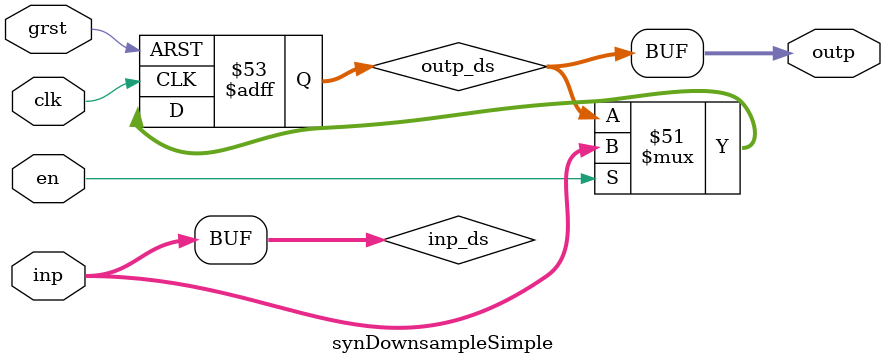
<source format=v>


// VERILOG created by Synphony Model Compiler J-2014.09, Build 015R, Aug 22 2014
// Date written:             Thu Nov  2 21:03:31 2017

// ********************************************************************
//Do not uncomment when used in a Synplify Pro project file generated by Synphony HLS
//For individual compilation in synchronous reset mode, uncomment the following lines till copyright notice
/*
 `define activehigh 1
 `define procline posedge clk
 `define proclineg posedge clk
 `define proclineSlow posedge clkSlow
 `define proclineFast posedge clkFast
 */
// **       Copyright 2005-2014 Synopsys, Inc.  All rights reserved.    **

`define activehigh 1
`define activeedge posedge //if posedge activehigh should be 1, if negedge activehigh should be 0
`define procline posedge clk or `activeedge rst
`define proclineg posedge clk or `activeedge grst
`define proclineSlow posedge clkSlow or `activeedge rst
`define proclineFast posedge clkFast or `activeedge rst
`define proclinerclk posedge rclk or `activeedge rgrst
`define proclinewclk posedge wclk or `activeedge wgrst
`define grsttype "asynch"
//`include "define.h"
`define log_floor(n)   ((n) <= (1<<0) ? 0 : (n) <= (1<<1) ? 1 :\
						(n) <= (1<<2) ? 2 : (n) <= (1<<3) ? 3 :\
						(n) <= (1<<4) ? 4 : (n) <= (1<<5) ? 5 :\
						(n) <= (1<<6) ? 6 : (n) <= (1<<7) ? 7 :\
						(n) <= (1<<8) ? 8 : (n) <= (1<<9) ? 9 :\
						(n) <= (1<<10) ? 10 : (n) <= (1<<11) ? 11 :\
						(n) <= (1<<12) ? 12 : (n) <= (1<<13) ? 13 :\
						(n) <= (1<<14) ? 14 : (n) <= (1<<15) ? 15 :\
						(n) <= (1<<16) ? 16 : (n) <= (1<<17) ? 17 :\
						(n) <= (1<<18) ? 18 : (n) <= (1<<19) ? 19 :\
						(n) <= (1<<20) ? 20 : (n) <= (1<<21) ? 21 :\
						(n) <= (1<<22) ? 22 : (n) <= (1<<23) ? 23 :\
						(n) <= (1<<24) ? 24 : (n) <= (1<<25) ? 25 :\
						(n) <= (1<<26) ? 26 : (n) <= (1<<27) ? 27 :\
						(n) <= (1<<28) ? 28 : (n) <= (1<<29) ? 29 :\
						(n) <= (1<<30) ? 30 : (n) <= (1<<31) ? 31 : 32) 
  
  module synAddSub( in1,in2,outp);
   parameter inp1_width = 16;
   parameter inp2_width = 16;
   parameter out_width = 16;
   parameter opr = "add";
   parameter dataType = "signed"; // for unsigned, use datatype = ""
   input  [inp1_width-1:0] in1;
   input [inp2_width-1:0]  in2;
   output [out_width-1:0]  outp;

   wire [out_width-1:0]    in1S;
   wire [out_width-1:0]    in2S;
   wire [out_width-1:0]    outpS;

   generate
      if(dataType == "signed")
		begin
           assign in1S = $signed(in1);
           assign in2S = $signed(in2);
		end
      else if(dataType == "unsign")
		begin
           assign in1S = $unsigned(in1);
           assign in2S = $unsigned(in2);
		end

      if (opr == "add")
		assign outpS = in1S+in2S;
      else  if (opr == "subtract")
		assign outpS = in1S-in2S;
      assign outp = outpS;
   endgenerate
endmodule 

// ----------------------------------

module synMult(in1,in2,outp); 
   parameter    inp1_width = 16;
   parameter    inp2_width = 16;
   parameter    out_width = 32;
   parameter    dataType = "signed";
   input  [inp1_width-1:0] in1;
   input [inp2_width-1:0]  in2;
   output [out_width-1:0]  outp;

   wire signed [inp1_width-1:0] in1S;
   wire signed [inp2_width-1:0] in2S;
   wire signed [inp1_width+inp2_width-1:0] outpS; // too cautious width, but will be optimized anyway

   wire [inp1_width-1:0] 				   in1U;
   wire [inp2_width-1:0] 				   in2U;
   wire [inp1_width+inp2_width-1:0] 	   outpU; // too cautious width, but will be optimized anyway

   generate
      begin: genBlock
		 if(dataType=="signed") 
		   begin : sig
			  assign in1S = $signed(in1);
			  assign in2S = $signed(in2);
			  assign outpS = in1S*in2S;
			  assign outp = outpS;
		   end // sig

		 if(dataType=="unsign") 
		   begin : uns
			  assign in1U = in1;
			  assign in2U = in2;
			  assign outpU = in1U*in2U;
			  assign outp = outpU;
		   end // uns
      end // genBlock
   endgenerate
endmodule

//-------------------------------------------------------------

module synBusAdapter (inp, outp);
   parameter inp_width = 16;
   parameter out_width = 16;
   parameter datatype = "signed";
   parameter preshift = 0; // negative values denote left shift
   // Arguments to sat logic
   parameter infrac = 0;
   parameter outfrac = 0;
   parameter round = 0;
   parameter sat = 0; 
   parameter saType = "SS";

   input  [inp_width-1:0] inp;
   output [out_width-1:0] outp;

   parameter tmpInpWidth = inp_width + (preshift>0 ? preshift : -preshift) + ( infrac>inp_width ? infrac-inp_width: 0 );
   
   // The Verilog compiler will issue warnings that some bits
   //  of the "inp" input will not be used. This is a normal
   //  consequence of shifting. The number of bits not used
   //  will equal the pre-shift value
   wire signed [inp_width-1:0] inpS;
   wire [inp_width-1:0] 	   inpU;
   wire signed [tmpInpWidth - 1:0] shiftedinpS;
   wire [tmpInpWidth - 1:0] 	   shiftedinpU;
   wire [tmpInpWidth - 1:0] 	   tmpInputOfSatBlock;

   assign inpS = $signed(inp);
   assign inpU = $unsigned(inp);

   generate
	  if (datatype == "signed")
		begin
		   assign shiftedinpU={tmpInpWidth{1'b0}}; // only one of these 2 signals is used per instance
		   assign tmpInputOfSatBlock = shiftedinpS;
		   if (preshift < 0 )
			 assign shiftedinpS = inpS <<< (-preshift);
		   else if (preshift > 0 )
			 assign shiftedinpS = inpS >>> preshift;
		   else if (preshift == 0 )
			 assign shiftedinpS = inpS;
		end
	  else  
		begin
		   assign shiftedinpS='bz; // to eliminate compiler warnings for no assignment
		   assign tmpInputOfSatBlock = shiftedinpU;
		   if (preshift < 0 )
			 assign shiftedinpU = inpU <<< (-preshift);
		   else if (preshift > 0 )
			 assign shiftedinpU = inpU >>> preshift;
		   else if (preshift == 0 )
			 assign shiftedinpU = inpU;
		end
   endgenerate

   generate
	  if(sat==0 && round==0)
		if (datatype=="signed")
		  assign outp = $signed(shiftedinpS);
		else
		  assign outp = shiftedinpU;
   endgenerate

   generate
	  if(sat==1 || round>=1) 
		synBusSatRnd #(
					   .inp_width(tmpInpWidth),
					   .out_width(out_width),
					   .infrac(infrac),
					   .outfrac(outfrac),
					   .round(round),
					   .sat(sat),
					   .datatype(saType)
					   ) Convert (
								  .inp(tmpInputOfSatBlock),
								  .outp(outp)
								  );
   endgenerate


endmodule

//-------------------------------------------------------------
module synBusAdapter_sat (inp, outp, outsp);
  parameter inp_width = 16;
  parameter out_width = 16;
  parameter datatype = "signed";
  parameter preshift = 0; // negative values denote left shift
  // Arguments to sat logic
  parameter infrac = 0;
  parameter outfrac = 0;
  parameter round = 0;
  parameter sat = 0; 
  parameter saType = "SS";

  input  [inp_width-1:0] inp;
  output [out_width-1:0] outp;
  output  outsp;

  parameter tmpInpWidth = inp_width + (preshift>0 ? preshift : -preshift) + ( infrac>inp_width ? infrac-inp_width: 0 );
  
  // The Verilog compiler will issue warnings that some bits
  //  of the "inp" input will not be used. This is a normal
  //  consequence of shifting. The number of bits not used
  //  will equal the pre-shift value
  wire signed [inp_width-1:0] inpS;
  wire        [inp_width-1:0] inpU;
  wire signed [tmpInpWidth - 1:0] shiftedinpS;
  wire        [tmpInpWidth - 1:0] shiftedinpU;
  wire        [tmpInpWidth - 1:0] tmpInputOfSatBlock;

  assign inpS = $signed(inp);
  assign inpU = $unsigned(inp);

  generate
  if (datatype == "signed")
  begin
    assign shiftedinpU={tmpInpWidth{1'b0}}; // only one of these 2 signals is used per instance
    assign tmpInputOfSatBlock = shiftedinpS;
      if (preshift < 0 )
        assign shiftedinpS = inpS <<< (-preshift);
      else if (preshift > 0 )
        assign shiftedinpS = inpS >>> preshift;
      else if (preshift == 0 )
        assign shiftedinpS = inpS;
    end
  else  
    begin
    assign shiftedinpS='bz; // to eliminate compiler warnings for no assignment
    assign tmpInputOfSatBlock = shiftedinpU;
      if (preshift < 0 )
        assign shiftedinpU = inpU <<< (-preshift);
      else if (preshift > 0 )
        assign shiftedinpU = inpU >>> preshift;
      else if (preshift == 0 )
        assign shiftedinpU = inpU;
    end
  endgenerate

  generate
  if(sat==0 && round==0)
    if (datatype=="signed")
     assign outp = $signed(shiftedinpS);
    else
   assign outp = shiftedinpU;
  endgenerate

  generate
  if(sat==1 || round>=1) 
  synBusSatRnd_sat #(
    .inp_width(tmpInpWidth),
    .out_width(out_width),
    .infrac(infrac),
    .outfrac(outfrac),
    .round(round),
    .sat(sat),
    .datatype(saType)
  ) Convert (
    .inp(tmpInputOfSatBlock),
    .outp(outp),
    .outsp(outsp)
  );
  endgenerate


endmodule

//-------------------------------------------------------------

module synGain(inp,outp); 
   parameter   inp_width = 16;
   parameter   out_width = 16;
   parameter   coef_width = 2;
   parameter   coefVal = 128'b1;
   parameter   dataType = "signed";
   input  [inp_width-1:0] inp;
   output [out_width-1:0] outp;

   wire  signed [inp_width-1:0] inpS;
   wire  signed [coef_width-1:0] coefS;
   wire  signed [coef_width+inp_width-1:0] outS;
   wire [inp_width-1:0] 				   inpU;
   wire [coef_width-1:0] 				   coefU;
   wire [coef_width+inp_width-1:0] 		   outU;
   generate
      begin : signed_gen
		 if(dataType == "signed") 
		   begin
			  assign coefS = $signed(coefVal);
			  assign inpS = $signed(inp);
			  assign outS = coefS*inpS;
			  assign outp = outS[out_width-1:0];
		   end
      end // signed_gen

      begin : unsigned_gen
		 if(dataType == "unsign")
		   begin
			  assign coefU = coefVal;
			  assign inpU = inp;
			  assign outU = coefU*inpU;
			  assign outp = outU[out_width-1:0];
		   end
      end //unsigned_gen
   endgenerate
endmodule

//------------------------------------------------------

module synBusSatRnd ( inp, outp);
   parameter inp_width = 16;
   parameter out_width = 16;
   parameter infrac = 0;
   parameter outfrac = 0;
   parameter round = 0;
   parameter sat = 0;
   parameter datatype = "SS";
   input [inp_width-1:0] inp; 
   output reg [out_width-1:0] outp;

   parameter signed inputIntWidth = inp_width - infrac;
   parameter signed outputIntWidth = out_width - outfrac;
   parameter doRnd = (round >= 1) && ( infrac > outfrac);
   parameter rounded = doRnd ? 1 : 0;
   parameter doSat = (sat == 1) && ( datatype == "SU" || ( rounded + (datatype == "US" ? 1 : 0) + inputIntWidth) > outputIntWidth  );
   parameter maximumWidth = inputIntWidth + outputIntWidth + infrac + outfrac + 2;
   parameter shiftLeftAmount = outfrac - infrac;
   parameter ShiftOutputWidth = maximumWidth + (shiftLeftAmount < 0 ? shiftLeftAmount : 0);

   wire [maximumWidth - 1 : 0] rndInput;
   wire [maximumWidth - 1 : 0] rndOutput;
   wire [ShiftOutputWidth - 1 : 0] shiftOutput;

   generate
	  begin

		 if ( datatype == "SU" || datatype == "SS" )
		   assign rndInput = $signed(inp);
		 else
		   assign rndInput = $unsigned(inp);
		 
		 if (doRnd )
		   begin
			  if(round == 1 || ((datatype=="US" || datatype=="UU") && round==5))  /* nearest round , round toward nearest (always up if equadistance)*/
				begin
				   if( shiftLeftAmount == -1)
					 assign rndOutput = rndInput + { 1'b1 };
				   else
					 assign rndOutput = rndInput + { 1'b1, { -shiftLeftAmount-1{1'b0} } };
				end
			  else
				if (round==4) /* ceil */
				  begin
					 assign rndOutput = rndInput + { -shiftLeftAmount{1'b1} };
				  end
				else
				  if (round==3)	/* fix (towards zero)*/
					begin
					   if ( datatype == "SS" || datatype == "SU")
						 assign rndOutput = rndInput + { -shiftLeftAmount{rndInput[ maximumWidth-1]} };
					   else
						 assign rndOutput = rndInput;
					end
				  else
					if(round==2) /* convergent (round even if equadistance)*/
					  begin
						 if( shiftLeftAmount == -1)		
						   assign rndOutput = (rndInput & {1'b1}  ) == { 1'b1 } ? 
											  rndInput + rndInput[1]: 
											  rndInput + { 1'b1};		     
						 else
						   assign rndOutput = (rndInput & { (-shiftLeftAmount) {1'b1} } ) == { 1'b1, { (-shiftLeftAmount  - 1) {1'b0} } } ? 
											  rndInput + {rndInput[ -shiftLeftAmount ] , { -shiftLeftAmount -1 {1'b0}}}: 
											  rndInput + { 1'b1, { - shiftLeftAmount - 1 {1'b0} } };
 					  end
					else
					  if(round==5) /* round (matlab implementation)*/
						begin
						   if( shiftLeftAmount == -1)					    
							 assign rndOutput =rndInput[maximumWidth-1]?
											   rndInput : 
											   rndInput + { 1'b1}; 
						   else
							 assign rndOutput =rndInput[maximumWidth-1]?
											   rndInput + { -shiftLeftAmount-1{1'b1} }: 
											   rndInput + { 1'b1, { - shiftLeftAmount - 1 {1'b0} } }; 				  
						end
           end
		 else
		   assign rndOutput = rndInput;     
		 
		 if ( shiftLeftAmount < 0 )
		   assign shiftOutput = rndOutput[maximumWidth -1 : - shiftLeftAmount];
		 else
		   assign shiftOutput = rndOutput << shiftLeftAmount;

	  end
   endgenerate
   
   generate
	  begin
		 always@(shiftOutput)
		   if ( doSat )
			 begin
				if ( datatype == "SS" && ( { ShiftOutputWidth - out_width {shiftOutput[ ShiftOutputWidth- 1]}} != shiftOutput[ShiftOutputWidth - 2 : out_width - 1] ) )
				  begin
					 if ( shiftOutput[ ShiftOutputWidth- 1] == 1)
					   outp = { 1'b1, { out_width - 1 {1'b0} } };
					 else
					   outp = { 1'b0, { out_width - 1 {1'b1}}};
				  end
				else if ( datatype == "SU" && ( { ShiftOutputWidth - out_width {1'b0}} != shiftOutput[ShiftOutputWidth - 1 : out_width] ) )
				  begin
					 if ( shiftOutput[ ShiftOutputWidth- 1] == 1)
					   outp = { out_width {1'b0} };
					 else
					   outp = { out_width {1'b1} };
				  end
				else if ( datatype == "UU" && ( { ShiftOutputWidth - out_width {1'b0}} != shiftOutput[ShiftOutputWidth - 1 : out_width] ) )
				  outp = { out_width {1'b1} };
				else if ( datatype == "US" && ( { ShiftOutputWidth - out_width + 1 {1'b0}} != shiftOutput[ShiftOutputWidth - 1 : out_width - 1] ) )
				  outp = { 1'b0, { out_width - 1 {1'b1}}};
				else
				  outp = shiftOutput[out_width - 1 : 0];
			 end
		   else
			 outp = shiftOutput[out_width - 1 : 0];

	  end
   endgenerate

endmodule // synBusSatRnd
//------------------------------------------------------

module synBusSatRnd_sat ( inp, outp, outsp);
  parameter inp_width = 16;
  parameter out_width = 16;
  parameter infrac = 0;
  parameter outfrac = 0;
  parameter round = 0;
  parameter sat = 0;
  parameter datatype = "SS";
  input [inp_width-1:0] inp; 
  output reg [out_width-1:0] outp;
  output reg outsp;

  parameter signed inputIntWidth = inp_width - infrac;
  parameter signed outputIntWidth = out_width - outfrac;
  parameter doRnd = (round >= 1) && ( infrac > outfrac);
  parameter rounded = doRnd ? 1 : 0;
  parameter doSat = (sat == 1) && ( datatype == "SU" || ( rounded + (datatype == "US" ? 1 : 0) + inputIntWidth) > outputIntWidth  );
  parameter maximumWidth = inputIntWidth + outputIntWidth + infrac + outfrac + 2;
  parameter shiftLeftAmount = outfrac - infrac;
  parameter ShiftOutputWidth = maximumWidth + (shiftLeftAmount < 0 ? shiftLeftAmount : 0);

  wire [maximumWidth - 1 : 0] rndInput;
  wire [maximumWidth - 1 : 0] rndOutput;
  wire [ShiftOutputWidth - 1 : 0] shiftOutput;

  generate
  begin

    if ( datatype == "SU" || datatype == "SS" )
      assign rndInput = $signed(inp);
    else
      assign rndInput = $unsigned(inp);
    
    if (doRnd )
    begin
      if(round == 1 || ((datatype=="US" || datatype=="UU") && round==5))  /* nearest round , round toward nearest (always up if equadistance)*/
	  begin
        if( shiftLeftAmount == -1)
          assign rndOutput = rndInput + { 1'b1 };
        else
          assign rndOutput = rndInput + { 1'b1, { -shiftLeftAmount-1{1'b0} } };
        end
      else
	    if (round==4) /* ceil */
		begin
		  assign rndOutput = rndInput + { -shiftLeftAmount{1'b1} };
		end
		else
		  if (round==3)	/* fix (towards zero)*/
		  begin
		    if ( datatype == "SS" || datatype == "SU")
		      assign rndOutput = rndInput + { -shiftLeftAmount{rndInput[ maximumWidth-1]} };
			else
			  assign rndOutput = rndInput;
		  end
		  else
		    if(round==2) /* convergent (round even if equadistance)*/
			begin
		      if( shiftLeftAmount == -1)		
                assign rndOutput = (rndInput & {1'b1}  ) == { 1'b1 } ? 
						   rndInput + rndInput[1]: 
						   rndInput + { 1'b1};		     
              else
                assign rndOutput = (rndInput & { (-shiftLeftAmount) {1'b1} } ) == { 1'b1, { (-shiftLeftAmount  - 1) {1'b0} } } ? 
						   rndInput + {rndInput[ -shiftLeftAmount ] , { -shiftLeftAmount -1 {1'b0}}}: 
						   rndInput + { 1'b1, { - shiftLeftAmount - 1 {1'b0} } };
 			end
			else
			  if(round==5) /* round (matlab implementation)*/
			  begin
		        if( shiftLeftAmount == -1)					    
				  assign rndOutput =rndInput[maximumWidth-1]?
						 rndInput : 
						 rndInput + { 1'b1}; 
			    else
				  assign rndOutput =rndInput[maximumWidth-1]?
						 rndInput + { -shiftLeftAmount-1{1'b1} }: 
						 rndInput + { 1'b1, { - shiftLeftAmount - 1 {1'b0} } }; 				  
			  end
        end
    else
      assign rndOutput = rndInput;     
	  
	if ( shiftLeftAmount < 0 )
      assign shiftOutput = rndOutput[maximumWidth -1 : - shiftLeftAmount];
    else
      assign shiftOutput = rndOutput << shiftLeftAmount;

  end
  endgenerate
   
   generate
   begin
     always@(shiftOutput)
     if ( doSat )
   begin
     if ( datatype == "SS" && ( { ShiftOutputWidth - out_width {shiftOutput[ ShiftOutputWidth- 1]}} != shiftOutput[ShiftOutputWidth - 2 : out_width - 1] ) )
     begin
       if ( shiftOutput[ ShiftOutputWidth- 1] == 1)
        begin
         outp = { 1'b1, { out_width - 1 {1'b0} } };
         outsp = 1'b1;
        end
     else
        begin
         outp = { 1'b0, { out_width - 1 {1'b1}}};
         outsp = 1'b1;
        end
     end
     else if ( datatype == "SU" && ( { ShiftOutputWidth - out_width {1'b0}} != shiftOutput[ShiftOutputWidth - 1 : out_width] ) )
     begin
       if ( shiftOutput[ ShiftOutputWidth- 1] == 1)
        begin
         outp = { out_width {1'b0} };
         outsp = 1'b1;
        end
     else
        begin
         outp = { out_width {1'b1} };
         outsp = 1'b1;
        end
     end
     else if ( datatype == "UU" && ( { ShiftOutputWidth - out_width {1'b0}} != shiftOutput[ShiftOutputWidth - 1 : out_width] ) )
        begin         
         outp = { out_width {1'b1} };
         outsp = 1'b1;
        end
     else if ( datatype == "US" && ( { ShiftOutputWidth - out_width + 1 {1'b0}} != shiftOutput[ShiftOutputWidth - 1 : out_width - 1] ) )
        begin
         outp = { 1'b0, { out_width - 1 {1'b1}}};
         outsp = 1'b1;
        end
       else
        begin
         outp = shiftOutput[out_width - 1 : 0];
         outsp = 1'b0;
        end
   end
   else
    begin
     outp = shiftOutput[out_width - 1 : 0];
     outsp = 1'b0;
    end

   end
   endgenerate

endmodule // synBusSatRnd_sat
//-------------------------------------------------------------
module singleDelayWithEnableGeneric(clk, grst, rst, en, inp,outp);
   parameter   bitwidth = 16;
   input  clk, grst, rst, en;
   input [bitwidth-1:0] inp;
   output [bitwidth-1:0] outp;
   reg [bitwidth-1:0] 	 outreg;

   always @(`proclineg)
     begin
        if (grst==`activehigh)
          outreg <= {bitwidth{1'b0}};
        else if (rst==1)
          outreg <= {bitwidth{1'b0}};
        else if (en)
          outreg <= inp;
     end
   assign outp = outreg;
   
endmodule //singleDelayWithEnableGeneric
//-------------------------------------------------------------

module synDelayWithEnableGeneric(clk, grst, rst, en, inp,outp);

   parameter   preferRAMImpl = 1;
   parameter   bitwidth = 16;
   parameter   delaylength = 100;

   parameter decompRegs = 2;
   parameter decompThresholdMin = 9;
   parameter ramThreshold = 68;
   parameter forceRAMThreshold = 4000;
   
   parameter cntWidth = `log_floor(delaylength);
   parameter decompThresholdBW = (64 / bitwidth) + 2*decompRegs;
   parameter delayNRLen = delaylength-2*decompRegs > 0 ? delaylength-2*decompRegs : 0;
   
   parameter resetType = `grsttype;
   
   input  clk, grst, rst, en;
   input [bitwidth-1:0] inp;
   output [bitwidth-1:0] outp;

   reg [bitwidth-1:0] 	 delayline [0:delaylength-1];
   reg [bitwidth-1:0] 	 delayLineClip [0:delayNRLen-1];
   reg [bitwidth-1:0] 	 regsL [0:decompRegs-1];
   reg [bitwidth-1:0] 	 regsR [0:decompRegs-1];
   reg [cntWidth-1:0] 	 cnt;
   reg 					 resetExpired;
   reg 					 cntDone;

   generate
	  begin: GenBlock
		 if ( resetType == "asynch" )
		   begin : asynch_implementation
			  if ((preferRAMImpl == 1 && delaylength > ramThreshold) || (delaylength > forceRAMThreshold && preferRAMImpl != 2 ) )
				begin: implementRAM
				   integer i;
				   always @ (`proclineg)
					 begin
						if (grst==`activehigh)
						  begin
							 resetExpired <= 1'b0;
							 cnt <= {cntWidth{1'b0}};
							 for (i=0; i < decompRegs; i=i+1)
							   begin
								  regsL[i] <= {bitwidth{1'b0}};
								  regsR[i] <= {bitwidth{1'b0}};
							   end
						  end
						else if (rst==1)
						  begin
							 resetExpired <= 1'b0;
							 cnt <= {cntWidth{1'b0}};
							 for (i=0; i < decompRegs; i=i+1)
							   begin
								  regsL[i] <= {bitwidth{1'b0}};
								  regsR[i] <= {bitwidth{1'b0}};
							   end
						  end
						else if (en)
						  begin
							 if (cnt == delayNRLen - 1) 
							   begin
								  resetExpired <= 1'b1;
								  cnt <= {cntWidth{1'b0}};
							   end
							 else
							   cnt <= cnt + 1;
							 regsL[0] <= inp;
							 for (i=1; i < decompRegs; i=i+1)
							   begin
								  regsL[i] <= regsL[i-1];
								  regsR[i] <= regsR[i-1];
							   end
							 regsR[0] <= resetExpired ? delayLineClip[cnt] : 0;
						  end
					 end // process
				   always @ (`proclineg)
					 begin     
						if(grst==`activehigh)
						  begin
							// synthesis loop_limit 8000	
							 for (i=0; i < delayNRLen; i=i+1)
							   delayLineClip[i] <= 0;
						  end
						else if (en)
      					  delayLineClip[cnt] <= regsL[decompRegs-1];   
					 end 
				   assign outp = regsR[decompRegs-1];
				end
			  else if(preferRAMImpl == 0 && delaylength >= decompThresholdMin && delaylength >= decompThresholdBW)
				begin : norstshift
				   integer i;
				   always @ (`proclineg)
					 begin
						if(grst==`activehigh)
						  begin
							 cnt <= $unsigned(0);
							 cntDone <= 1'b0;
							 for (i=0; i < decompRegs; i=i+1)
							   begin
								  regsL[i] <= {bitwidth{1'b0}};
								  regsR[i] <= {bitwidth{1'b0}};
							   end
						  end
						else if(rst==1)
						  begin
							 cnt <= $unsigned(0);
							 cntDone <= 1'b0;
							 for (i=0; i < decompRegs; i=i+1)
							   begin
								  regsL[i] <= {bitwidth{1'b0}};
								  regsR[i] <= {bitwidth{1'b0}};
							   end
						  end
						else if(en)
						  begin
							 if(cnt == $unsigned(delayNRLen-1))
							   cntDone <= 1'b1;
							 if(!cntDone)
							   cnt <= cnt + 1;
							 regsL[0] <= inp;
							 // synthesis loop_limit 8000            
							 for (i=1; i < decompRegs; i=i+1)
							   begin
								  regsL[i] <= regsL[i-1];
								  regsR[i] <= regsR[i-1];
							   end
							 regsR[0] <= (cntDone) ? delayLineClip[delayNRLen-1] : {bitwidth{1'b0}};
						  end
					 end // process
				   always @ (`proclineg)
					 begin     
						if(grst==`activehigh)
						  begin
							 // synthesis loop_limit 8000	
							 for (i=0; i < delayNRLen; i=i+1)
							   delayLineClip[i] <= 0;
						  end
						else if (en) 
						  begin
							 // synthesis loop_limit 8000
							 for (i=1; i < delayNRLen; i=i+1)
							   delayLineClip[i] <= delayLineClip[i-1];
							 delayLineClip[0] <= regsL[decompRegs-1];
						  end
					 end
				   assign outp = regsR[decompRegs-1];
				end //norstshift
			  
			  else if(delaylength > 0 || preferRAMImpl == 2)
				begin : RegisterStyle
				   integer i;
				   // Implement as registers 
				   always @(`proclineg)
					 begin
						// synthesis loop_limit 65536
						if (grst==`activehigh)
						  for (i = 0; i < delaylength; i = i + 1)
							delayline[i] <= {bitwidth{1'b0}};
						// synthesis loop_limit 65536
						else if (rst==1)
						  for (i = 0; i < delaylength; i = i + 1)
							delayline[i] <= {bitwidth{1'b0}};
						else if (en)
						  begin
							 // synthesis loop_limit 65536
							 for(i = delaylength-1; i>=1; i=i-1)
							   delayline[i] <= delayline[i-1];
							 delayline[0] <= inp;
						  end 
					 end
				   assign outp = delayline[delaylength-1];
				end // RegisterStyle
			  
			  else
				begin : nodelay
				   assign outp = inp;
				end
		   end // asynch_implementation
		 if ( resetType == "synch" )
		   begin : synch_implementation
			  if ((preferRAMImpl == 1 && delaylength > ramThreshold) || (delaylength > forceRAMThreshold && preferRAMImpl != 2 ) )
				begin: implementRAM
				   integer i;
				   always @ (`proclineg)
					 begin
						if (grst==`activehigh || rst==1)
						  begin
							 resetExpired <= 1'b0;
							 cnt <= {cntWidth{1'b0}};
							 for (i=0; i < decompRegs; i=i+1)
							   begin
								  regsL[i] <= {bitwidth{1'b0}};
								  regsR[i] <= {bitwidth{1'b0}};
							   end
						  end
						else if (en)
						  begin
							 if (cnt == delayNRLen - 1) 
							   begin
								  resetExpired <= 1'b1;
								  cnt <= {cntWidth{1'b0}};
							   end
							 else
							   cnt <= cnt + 1;
							 regsL[0] <= inp;
							 for (i=1; i < decompRegs; i=i+1)
							   begin
								  regsL[i] <= regsL[i-1];
								  regsR[i] <= regsR[i-1];
							   end
							 regsR[0] <= resetExpired ? delayLineClip[cnt] : 0;
						  end
					 end // process
				   always @ (`proclineg)
					 begin
						// synthesis loop_limit 8000
						if (grst==`activehigh)
						  for (i=0; i < delayNRLen; i=i+1)
							delayLineClip[i] <= 0;
						else if (en)
      					  delayLineClip[cnt] <= regsL[decompRegs-1];             
					 end 
				   assign outp = regsR[decompRegs-1];
				end
			  else if(preferRAMImpl == 0 && delaylength >= decompThresholdMin && delaylength >= decompThresholdBW)
				begin : norstshift
				   integer i;
				   always @ (`proclineg)
					 begin
						if(grst==`activehigh || rst==1)
						  begin
							 cnt <= $unsigned(0);
							 cntDone <= 1'b0;
							 for (i=0; i < decompRegs; i=i+1)
							   begin
								  regsL[i] <= {bitwidth{1'b0}};
								  regsR[i] <= {bitwidth{1'b0}};
							   end
						  end
						else if(en)
						  begin
							 if(cnt == $unsigned(delayNRLen-1))
							   cntDone <= 1'b1;
							 if(!cntDone)
							   cnt <= cnt + 1;
							 regsL[0] <= inp;
							 // synthesis loop_limit 8000            
							 for (i=1; i < decompRegs; i=i+1)
							   begin
								  regsL[i] <= regsL[i-1];
								  regsR[i] <= regsR[i-1];
							   end
							 regsR[0] <= (cntDone) ? delayLineClip[delayNRLen-1] : {bitwidth{1'b0}};
						  end
					 end // process
				   always @ (`proclineg)
					 begin
						if (grst==`activehigh)
						  // synthesis loop_limit 8000	
						  for (i=0; i < delayNRLen; i=i+1)
							delayLineClip[i] <= 0;
						else if (en) 
						  begin
							 // synthesis loop_limit 8000
							 for (i=1; i < delayNRLen; i=i+1)
							   delayLineClip[i] <= delayLineClip[i-1];
							 delayLineClip[0] <= regsL[decompRegs-1];
						  end
					 end
				   assign outp = regsR[decompRegs-1];
				end //norstshift
			  
			  else if(delaylength > 0 || preferRAMImpl == 2)
				begin : RegisterStyle
				   integer i;
				   // Implement as registers 
				   always @(`proclineg)
					 begin
						// synthesis loop_limit 65536
						if (grst==`activehigh || rst==1)
						  for (i = 0; i < delaylength; i = i + 1)
							delayline[i] <= {bitwidth{1'b0}};
						else if (en)
						  begin
							 // synthesis loop_limit 65536
							 for(i = delaylength-1; i>=1; i=i-1)
							   delayline[i] <= delayline[i-1];
							 delayline[0] <= inp;
						  end 
					 end
				   assign outp = delayline[delaylength-1];
				end // RegisterStyle
			  
			  else
				begin : nodelay
				   assign outp = inp;
				end
		   end // synch_implementation    
	  end // GenBlock
	  
   endgenerate

endmodule

module synDelayWithEnable(clk, grst, rst, en, inp,outp);

   parameter  preferRAMImpl = 1;
   parameter  bitwidth = 16;
   parameter  delaylength = 100;

   input  clk, grst, rst, en;
   input [bitwidth-1:0] inp;
   output [bitwidth-1:0] outp;

   generate
      begin: GenBlock
		 if (delaylength == 0)
		   assign outp = inp;
		 else if (delaylength == 1)
		   singleDelayWithEnableGeneric #( .bitwidth(bitwidth)) theDelay ( .clk(clk), .en(en), .grst(grst), .rst(rst), .inp(inp), .outp(outp) );
		 else
		   synDelayWithEnableGeneric #( .bitwidth(bitwidth), .delaylength(delaylength), .preferRAMImpl(preferRAMImpl) ) theDelay ( .clk(clk), .en(en), .grst(grst), .rst(rst), .inp(inp), .outp(outp) );
      end // GenBlock
   endgenerate

endmodule


// ------------------------------------------------------

module synRobustLatch(clk, rst, gEnable, en, inp, outp);
   parameter   ch_no = 1;
   parameter   bitwidth = 16;
   input  clk, rst, gEnable, en;
   input [bitwidth-1:0] inp;
   output [bitwidth-1:0] outp;

   reg [bitwidth-1:0] 	 inpReg [ch_no-1:0];
   integer 				 i;

   assign outp = en ? inp : inpReg[ch_no-1];
   always @(`procline)
	 begin
		if (rst==`activehigh)
		  for(i=0; i<ch_no; i=i+1)
			inpReg[i] <= 0;
		else if(gEnable) begin 
		   if (en)
			 inpReg[0] <= inp;
		   else
			 inpReg[0] <= inpReg[ch_no-1];
		   for(i=1; i<ch_no; i=i+1)
			 inpReg[i] <= inpReg[i-1];
		end
	 end
endmodule

// ------------------------------------------------------

module synMux (sel, inp, outp);
   parameter inp_width = 2;
   parameter inp_size = 3;
   parameter sel_bits = 2;

   input [sel_bits-1:0] sel;
   input [inp_width*inp_size-1:0] inp;
   reg [inp_width-1:0] 			  inpBuf [0:inp_size-1];
   reg [inp_width-1:0] 			  tmp;
   output reg [inp_width-1:0] 	  outp;
   integer 						  i,j;

   always@(inp)
	 begin
		for(i=0; i<inp_size; i=i+1)
		  begin
			 // synthesis loop_limit 128
			 for(j=0; j<inp_width; j=j+1)
			   begin
				  tmp[j] = inp[i*inp_width+j];
			   end
			 inpBuf[i] = tmp;
		  end
	 end

   always@(*)
	 begin
		outp <= inpBuf[sel];
	 end
endmodule

//-------------------------------------------------------------

module synCounter(clk, en, grst, rst, up, ld, din, cnt, rdy);
   parameter en_exists=1;
   parameter rst_exists=1;
   parameter ld_exists=0;
   parameter rdy_exists=0;
   parameter ctype=2;
   parameter ival=0;
   parameter signed ivalS = ival;
   parameter ivalU = ival; 
   parameter tval=127;
   parameter bitwidth = 16;
   parameter isSigned = 0;

   input clk,en,grst,rst,up,ld;
   input [bitwidth-1:0] din;
   output [bitwidth-1:0] cnt;
   output 				 rdy;

   reg [bitwidth-1:0] 	 cntU;
   reg signed [bitwidth-1:0] cntS;
   //assign cntU=$unsigned(ival);
   //assign cntS=$signed(ival);

   generate
      begin: CounterGen
         assign cnt=  isSigned?cntS:cntU;
         if(!isSigned)
           begin
			  always@(`proclineg)
				begin: countU
				   if (grst==`activehigh)
					 cntU <= ivalU;
				   else if (rst=='b1 && rst_exists=='b1)
					 cntU <= ivalU;
				   else 
					 begin
						if (en == 'b1 || en_exists=='b0)
						  begin 
							 if(ld=='b1 && ld_exists=='b1 )
							   cntU <= $unsigned(din);
							 else if (cntU==$unsigned(tval))
							   cntU <= ivalU;
							 else
							   if(ctype=='d1)
								 if (up=='b1)
								   cntU<=cntU+1;
								 else
								   cntU<=cntU-1;
							   else if (ctype=='d2)
								 cntU<=cntU+'b1;
							   else
								 cntU<=cntU-'b1;
						  end
					 end  
				end //countU
			  assign rdy=  (rdy_exists && cntU == $unsigned(tval));
           end
         else if(isSigned)
           begin
			  always@(`proclineg)
				begin: countS
				   if (grst==`activehigh)
					 cntS  <= ivalS;
				   else if (rst=='b1 && rst_exists=='b1)
					 cntS  <= ivalS;
				   else 
					 begin          
						if (en == 'b1 || en_exists=='b0)
						  begin 
							 if(ld=='b1 && ld_exists=='b1 )
							   cntS <= $signed(din);
							 else if (cntS==$signed(tval))
							   cntS <= ivalS;
							 else
							   if(ctype=='d1)
								 if (up=='b1)
								   cntS<=cntS+'b1;
								 else
								   cntS<=cntS-'b1;
							   else if (ctype=='d2)
								 cntS<=cntS+'b1;
							   else
								 cntS<=cntS-'b1;
						  end
					 end  
				end //countS
			  assign rdy=  (rdy_exists && cntS == $signed(tval));
           end
      end // CounterGen
   endgenerate
endmodule

//-------------------------------------------------------------

//-------------------------------------------------------------

module synCounterSync(clk, en, grst, rdy);
   parameter tval=127;
   parameter bitwidth = 16;
   parameter sample_offset = 0;
   localparam resetVal = sample_offset!=0 ? 1'b0 : 1'b1;

   input clk,en,grst;
   output rdy;

   reg [bitwidth-1:0] cntU;
   reg 				  rdyR; 
   
   generate
      begin: CounterGen
		 always@(`proclineg)
           begin: countU
			  if (grst==`activehigh)
				begin
				   cntU <= 0;				   
				   rdyR <= resetVal;
				end
			  else 
				begin
				   if (en == 1'b1)
					 begin 
						if (cntU==$unsigned(tval))
						  cntU <= $unsigned(0);
						else
						  cntU<=cntU+1;
						if (cntU==($unsigned( sample_offset+ tval) % $unsigned(tval +1)) )
						  rdyR <= 1'b1;
						else
						  rdyR <= 1'b0;
					 end
				end
           end //countU
		 assign rdy=  rdyR;
	  end
   endgenerate
endmodule

//-------------------------------------------------------------


module synCounterFR(clk, en, grst, rst, up, ld, din, cnt);
   parameter en_exists=1;
   parameter rst_exists=1;
   parameter ld_exists=0;
   parameter ctype=2;
   parameter ival=0;
   parameter signed ivalS = ival;
   parameter ivalU = ival;//$unsigned(ival);
   parameter tval=127;
   parameter bitwidth = 16;
   parameter isSigned = 0;

   input clk,en, grst, rst,up,ld;
   input [bitwidth-1:0] din;
   output [bitwidth-1:0] cnt;

   reg [bitwidth-1:0] 	 cntU;
   reg signed [bitwidth-1:0] cntS;
   // VHDL model is initialized, Verilog is not.

   generate
      begin: CounterGen
         assign cnt=  isSigned?cntS:cntU;
         if(!isSigned)
           always@(`proclineg)
			 begin: countU
				if (grst==`activehigh)
				  cntU  <= ivalU;
				else if (rst=='b1 && rst_exists=='b1)
				  cntU  <= ivalU;
				else
				  begin          
					 if (en == 'b1 || en_exists=='b0)
					   begin 
						  if(ld=='b1 && ld_exists=='b1 )
							cntU <= $unsigned(din);
						  else
							if(ctype=='d1)
							  if (up=='b1)
								cntU<=cntU+1;
							  else
								cntU<=cntU-1;
							else if (ctype=='d2)
							  cntU<=cntU+'b1;
							else
							  cntU<=cntU-'b1;
					   end
				  end  
			 end //countU
         else if(isSigned)
           always@(`proclineg)
			 begin: countS
				if (grst==`activehigh)
				  cntS  <= ivalS;        
				else if (rst=='b1 && rst_exists=='b1)
				  cntS  <= ivalS;        
				else  
				  begin              
					 if (en == 'b1 || en_exists=='b0)
					   begin 
						  if(ld=='b1 && ld_exists=='b1 )
							cntS <= $signed(din);
						  else
							if(ctype=='d1)
							  if (up=='b1)
								cntS<=cntS+'b1;
							  else
								cntS<=cntS-'b1;
							else if (ctype=='d2)
							  cntS<=cntS+'b1;
							else
							  cntS<=cntS-'b1;
					   end
				  end  
			 end //countS
      end // CounterGen
   endgenerate
endmodule

//-------------------------------------------------------------

module synCounterMC(clk, gen, en, grst, rst, up, ld, din, cnt, rdy);
   parameter ch_no=4;
   parameter en_exists=1;
   parameter rst_exists=1;
   parameter ld_exists=0;
   parameter rdy_exists=0;
   parameter ctype=2;
   parameter ival=0;
   parameter signed ivalS = ival;
   parameter ivalU = ival;//$unsigned(ival);
   parameter tval=127;
   parameter bitwidth = 16;
   parameter isSigned = 0;

   input clk,gen,en,grst,rst,up,ld;
   input [bitwidth-1:0] din;
   output [bitwidth-1:0] cnt;
   output 				 rdy;
   reg [bitwidth-1:0] 	 cntsU [0:ch_no-1];
   reg signed [bitwidth-1:0] cntsS [0:ch_no-1];
   
   wire [bitwidth-1:0] 		 cnt_i;

   generate
      begin: CounterGen
         integer i;
         assign cnt_i=isSigned?cntsS[ch_no-1]:cntsU[ch_no-1];
		 assign cnt = cnt_i;
		 assign rdy=  (rdy_exists && cnt_i == tval)?1'b1:1'b0;

         if(!isSigned)
           always@(`proclineg)
			 begin: countU
				if (grst==`activehigh)
				  for(i=0;i<=ch_no-1;i=i+1)
					cntsU[i]<=ivalU;
				else if(gen=='b1)
				  begin
					 if (rst=='b1 && rst_exists=='b1)
					   cntsU[0]  <= ivalU;
					 else if (en == 'b1 || en_exists=='b0)
					   begin 
						  if(ld=='b1 && ld_exists=='b1 )
							cntsU[0] <= $unsigned(din);
						  else if (cntsU[ch_no-1]==$unsigned(tval))
							cntsU[0] <= ivalU;
						  else
							begin
							   if(ctype=='d1)
								 begin 
									if (up=='b1)
									  cntsU[0]<=cntsU[ch_no-1]+1;
									else
									  cntsU[0]<=cntsU[ch_no-1]-1;
								 end
							   else if (ctype=='d2)
								 cntsU[0]<=cntsU[ch_no-1]+1;
							   else
								 cntsU[0]<=cntsU[ch_no-1]-1;
							end 
					   end
					 else 
					   cntsU[0]<=cntsU[ch_no-1];
					 for(i=1;i<=ch_no-1;i=i+1)
					   cntsU[i]<=cntsU[i-1];
				  end //else grst
			 end //countU
         else if(isSigned)
           always@(`proclineg)
			 begin: countS
				if (grst==`activehigh)
				  for(i=0;i<=ch_no-1;i=i+1)
					cntsS[i]<=ivalS;
				else if (gen == 'b1)
				  begin
					 if (rst=='b1 && rst_exists=='b1)
					   cntsS[0]  <= ivalS;
					 else if (en == 'b1 || en_exists=='b0)
					   begin 
						  if(ld=='b1 && ld_exists=='b1 )
							cntsS[0] <= $signed(din);
						  else if (cntsS[ch_no-1]==$signed(tval))
							cntsS[0] <= ivalS;
						  else
							begin
							   if(ctype=='d1)
								 begin 
									if (up=='b1)
									  cntsS[0]<=cntsS[ch_no-1]+1;
									else
									  cntsS[0]<=cntsS[ch_no-1]-1;
								 end 
							   else if (ctype=='d2)
								 cntsS[0]<=cntsS[ch_no-1]+1;
							   else
								 cntsS[0]<=cntsS[ch_no-1]-1;
							end
					   end
					 else 
					   cntsS[0]<=cntsS[ch_no-1];

					 for(i=1;i<=ch_no-1;i=i+1)
					   cntsS[i]<=cntsS[i-1];
				  end //else grst
			 end //countS
      end // CounterGen
   endgenerate
endmodule

//-------------------------------------------------------------

module synCounterFRMC(clk, gen, en, grst, rst, up, ld, din, cnt);
   parameter ch_no=4;
   parameter en_exists=1;
   parameter rst_exists=1;
   parameter ld_exists=0;
   parameter ctype=2;
   parameter ival=0;
   parameter signed ivalS = ival;
   parameter ivalU = ival;//$unsigned(ival);
   parameter tval=127;
   parameter bitwidth = 16;
   parameter isSigned = 0;

   input clk,en,gen,grst,rst,up,ld;
   input [bitwidth-1:0] din;
   output [bitwidth-1:0] cnt;

   reg [bitwidth-1:0] 	 cntsU [0:ch_no-1];
   reg signed [bitwidth-1:0] cntsS [0:ch_no-1];

   generate
      begin: CounterGen
         integer i;
         assign cnt=isSigned?cntsS[ch_no-1]:cntsU[ch_no-1];
         if(!isSigned)
           always@(`proclineg)
			 begin: countU
				if (grst==`activehigh)
				  for(i=0;i<=ch_no-1;i=i+1)
					cntsU[i]<=ivalU;
				else if (gen == 'b1)
				  begin
					 if (rst=='b1 && rst_exists=='b1)
					   cntsU[0]  <= ivalU;
					 else if (en == 'b1 || en_exists=='b0)
					   begin 
						  if(ld=='b1 && ld_exists=='b1 )
							cntsU[0] <= $unsigned(din);
						  else
							begin
							   if(ctype=='d1)
								 begin  
									if (up=='b1)
									  cntsU[0]<=cntsU[ch_no-1]+1;
									else
									  cntsU[0]<=cntsU[ch_no-1]-1;
								 end
							   else if (ctype=='d2)
								 cntsU[0]<=cntsU[ch_no-1]+1;
							   else
								 cntsU[0]<=cntsU[ch_no-1]-1;
							end  
					   end
					 else 
					   cntsU[0] <= cntsU[ch_no-1]; 
					 for(i=1;i<=ch_no-1;i=i+1)
					   cntsU[i]<=cntsU[i-1];
				  end //else grst
			 end //countU
         else if(isSigned)
           always@(`proclineg)
			 begin: countS
				if (grst==`activehigh)
				  for(i=0;i<=ch_no-1;i=i+1)
					cntsS[i]<=ivalS;
				else if (gen == 'b1)
				  begin
					 if (rst=='b1 && rst_exists=='b1)
					   cntsS[0]  <= ivalS;
					 else if (en == 'b1 || en_exists=='b0)
					   begin 
						  if(ld=='b1 && ld_exists=='b1 )
							cntsS[0] <= $signed(din);
						  else
							begin
							   if(ctype=='d1)
								 begin 
									if (up=='b1)
									  cntsS[0]<=cntsS[ch_no-1]+1;
									else
									  cntsS[0]<=cntsS[ch_no-1]-1;
								 end
							   else if (ctype=='d2)
								 cntsS[0]<=cntsS[ch_no-1]+1;
							   else
								 cntsS[0]<=cntsS[ch_no-1]-1;
							end    
					   end
					 else 
					   cntsS[0] <= cntsS[ch_no-1];  
					 for(i=1;i<=ch_no-1;i=i+1)
					   cntsS[i]<=cntsS[i-1];
				  end //else grst
			 end //countS
      end // CounterGen
   endgenerate
endmodule

//------------------------------------------------------

module synAccumulator(clk, inp, en, rst, grst, outp);
   parameter bitwidth = 16;
   parameter datatype = "signed";
   parameter opr="incr";

   input clk,en,rst, grst;
   input [bitwidth-1:0] inp;
   output [bitwidth-1:0] outp;

   reg [bitwidth-1:0] 	 accU;
   reg signed [bitwidth-1:0] accS;
   wire [bitwidth-1:0] 		 addOutU;
   wire signed [bitwidth-1:0] addOutS;

   generate
      begin: AccumulatorGen
		 assign outp=(datatype=="signed")? accS : accU;
		 assign addOutS=(opr=="incr")? 
						accS + $signed(inp):
						accS - $signed(inp);
		 assign addOutU=(opr=="incr")? 
						accU + $unsigned(inp):
						accU - $unsigned(inp);
		 if(datatype=="signed")
           always@(`proclineg)
			 begin: countS
				if (grst==`activehigh)
				  accS  <= 0;
				else if (rst==1)
				  accS  <= 0;
				else if (en) 
				  accS  <= $signed(addOutS);
			 end // countS
		 else if(datatype=="unsign")
           always@(`proclineg)
			 begin: countU
				if (grst==`activehigh)
				  accU  <= 0;
				else if (rst==1)
				  accU  <= 0;
				else if (en)
				  accU  <= $unsigned(addOutU);
			 end // countU

      end // AccumulatorGen
   endgenerate
endmodule

//-------------------------------------------------------------

module synAccumulatorOvf(clk, inp, en, rst, grst, ovf, outp);
   parameter bitwidth = 16;
   parameter datatype = "signed";
   parameter opr="incr";

   input clk,en,rst, grst;
   input [bitwidth-1:0] inp;
   output [0:0] 		ovf;
   output [bitwidth-1:0] outp;

   reg [bitwidth-1:0] 	 accU;
   reg signed [bitwidth-1:0] accS;
   wire [bitwidth:0] 		 addOutU;
   wire signed [bitwidth-1:0] addOutS;
   reg 						  ovfReg;
   wire 					  ovfLine;

   generate
      begin: AccumulatorGen
		 assign outp=(datatype=="signed")? accS : accU;
		 assign ovf = ovfReg;
		 assign addOutS=(opr=="incr")? 
						accS + $signed(inp):
						accS - $signed(inp);
		 assign addOutU=(opr=="incr")? 
						accU + $unsigned(inp):
						accU - $unsigned(inp);
		 if(datatype=="signed")
		   begin
	  		  assign ovfLine = (opr=="incr") ? 
							   (accS[bitwidth-1] ^~ inp[bitwidth-1]) & (accS[bitwidth-1] ^ addOutS[bitwidth-1]): 
							   (accS[bitwidth-1] ^ inp[bitwidth-1]) & (accS[bitwidth-1] ^ addOutS[bitwidth-1]);
			  always@(`proclineg)
				begin: countS
				   if (grst==`activehigh)
					 begin
						accS  <= 0;
						ovfReg <= 1'b0;
					 end
				   else if (rst==1)
					 begin
						accS  <= 0;
						ovfReg <= 1'b0;
					 end
				   else if (en) 
					 begin 
						accS  <= $signed(addOutS);
						ovfReg <= ovfLine;
					 end
				end // countS
		   end
		 else if(datatype=="unsign")
		   begin
	  		  assign ovfLine = addOutU[bitwidth];
			  always@(`proclineg)
				begin: countU
				   if (grst==`activehigh)
					 begin
						accU  <= 0;
						ovfReg <= 1'b0;
					 end
				   else if (rst==1)
					 begin
						accU  <= 0;
						ovfReg <= 1'b0;
					 end
				   else if (en)
					 begin
						accU  <= $unsigned(addOutU);
						ovfReg <= ovfLine;
					 end
				end // countU
		   end
      end // AccumulatorGen
   endgenerate
endmodule

//------------------------------------------------------

module synAccumulatorMC(clk, inp, genab, grst, en, rst, outp);
   parameter ch_no=64;
   parameter bitwidth = 16;
   parameter datatype = "signed";
   parameter opr="incr";

   input clk, genab, grst, en,rst;
   input [bitwidth-1:0] inp;
   output [bitwidth-1:0] outp;

   reg [bitwidth-1:0] 	 accU [0:ch_no-1];
   reg signed [bitwidth-1:0] accS [0:ch_no-1];
   wire [bitwidth-1:0] 		 addOutU;
   wire signed [bitwidth-1:0] addOutS;

   generate
	  integer 				  i;
	  begin: AccumulatorGen
		 assign addOutS=(opr=="incr")? 
						accS[ch_no-1] + $signed(inp):
						accS[ch_no-1] - $signed(inp);
		 assign addOutU=(opr=="incr")? 
						accU[ch_no-1] + $signed(inp):
						accU[ch_no-1] - $signed(inp);
		 assign outp=(datatype=="signed")? accS[ch_no-1] : accU[ch_no-1];
		 if(datatype=="signed")
           always @(`proclineg)
			 begin: countS
				if (grst==`activehigh) begin
				   for(i=0;i<=ch_no-1;i=i+1)
					 accS[i]<=0;
				end
				else if (genab) begin
				   if (rst)
					 accS[0]  <= 0;
				   else if (en) 
					 accS[0]  <= addOutS;
				   else 
					 accS[0]  <= accS[ch_no-1];
				   for(i=1;i<=ch_no-1;i=i+1)
					 accS[i]<=accS[i-1];
				end
			 end // countS
		 else if(datatype=="unsign")
           always @(`proclineg)
			 begin: countU
				if (grst==`activehigh) begin
				   for(i=0;i<=ch_no-1;i=i+1)
					 accU[i]<=0;
				end
				else if (genab) begin
				   if (rst)
					 accU[0] <= 0;
				   else if (en)
					 accU[0]  <= addOutU;
				   else
					 accU[0]  <= accU[ch_no-1];              
				   for(i=1;i<=ch_no-1;i=i+1)
					 accU[i]<=accU[i-1];
				end
			 end // countU
	  end // AccumulatorGen
   endgenerate
endmodule

//------------------------------------------------------

module synAccumulatorMCOvf(clk, inp, genab, grst, en, rst, ovf, outp);
   parameter ch_no=64;
   parameter bitwidth = 16;
   parameter datatype = "signed";
   parameter opr="incr";

   input clk, genab, grst, en,rst;
   input [bitwidth-1:0] inp;
   output [bitwidth-1:0] outp;
   output 				 ovf;

   reg [bitwidth-1:0] 	 accU [0:ch_no-1];
   reg signed [bitwidth-1:0] accS [0:ch_no-1];
   wire [bitwidth:0] 		 addOutU;
   wire signed [bitwidth-1:0] addOutS;
   reg [0:ch_no-1] 			  ovfReg;
   wire 					  ovfLine;

   generate
	  integer 				  i;
	  begin: AccumulatorGen
		 assign ovf = ovfReg[ch_no-1];
		 assign addOutS=(opr=="incr")? 
						accS[ch_no-1] + $signed(inp):
						accS[ch_no-1] - $signed(inp);
		 assign addOutU=(opr=="incr")? 
						accU[ch_no-1] + $signed(inp):
						accU[ch_no-1] - $signed(inp);
		 assign outp=(datatype=="signed")? accS[ch_no-1] : accU[ch_no-1];
		 if(datatype=="signed")
		   begin
	  		  assign ovfLine = (opr=="incr") ? 
							   (accS[ch_no-1][bitwidth-1] ^~ inp[bitwidth-1]) & (accS[ch_no-1][bitwidth-1] ^ addOutS[bitwidth-1]): 
							   (accS[ch_no-1][bitwidth-1] ^ inp[bitwidth-1]) & (accS[ch_no-1][bitwidth-1] ^ addOutS[bitwidth-1]);
			  always @(`proclineg)
				begin: countS
				   if (grst==`activehigh) 
					 for(i=0;i<=ch_no-1;i=i+1)
					   begin
						  accS[i]<=0;
						  ovfReg[i] <= 0;
					   end
				   else if (genab) 
					 begin
						if (rst)
						  begin
							 accS[0]  <= 0;
							 ovfReg[0] <= 0;
						  end
						else if (en) 
						  begin
							 accS[0]  <= addOutS;
							 ovfReg[0] <= ovfLine;
						  end
						else 
						  begin
							 accS[0]  <= accS[ch_no-1];
							 ovfReg[0] <= ovfReg[ch_no-1];
						  end
						for(i=1;i<=ch_no-1;i=i+1)
						  begin
							 accS[i]<=accS[i-1];
							 ovfReg[i] <= ovfReg[i-1];
						  end
					 end
				end // countS
		   end
		 else if(datatype=="unsign")
		   begin
			  assign ovfLine = addOutU[bitwidth];
			  always @(`proclineg)
				begin: countU
				   if (grst==`activehigh) begin
					  for(i=0;i<=ch_no-1;i=i+1)
						begin
						   accU[i]<=0;
						   ovfReg[i] <= 0;
						end
				   end
				   else if (genab) begin
					  if (rst)
						begin
						   accU[0] <= 0;
						   ovfReg[0] <= 0;
						end
					  else if (en)
						begin
						   accU[0]  <= addOutU;
						   ovfReg[0] <= ovfLine;
						end
					  for(i=1;i<=ch_no-1;i=i+1)
						begin
						   accU[i]<=accU[i-1];
						   ovfReg[i] <= ovfReg[i-1];
						end
				   end
				end // countU
		   end
	  end // AccumulatorGen
   endgenerate
endmodule

//-----------------------------------------------------
module synRegister(clk,D,en,rst,outp);
   parameter bitwidth = 16;
   input  clk;
   input [bitwidth-1:0] D;
   input 				en;
   input 				rst;
   output [bitwidth-1:0] outp;

   // NOTE: VHDL initializes this to zero.
   reg [bitwidth-1:0] 	 outp;
   //regproc: process(clk)
   always @( `procline) 
	 begin
		if(rst==`activehigh)
		  outp <= {bitwidth{1'b0}};
		else if (en) 
		  outp <= D;
	 end // always process;
endmodule

// ------------------------------------------------------

module synStepFunction(clk,en,grst,rst,outp);
   parameter bitwidth = 16;
   parameter delaylength= 32;
   parameter stepvalue =1;
   parameter cntWidth= `log_floor(delaylength);
   
   parameter resetType = `grsttype;

   input clk,en,grst,rst;
   output [bitwidth-1:0] outp;  
   
   reg [cntWidth-1:0] 	 cnt; 
   reg [bitwidth-1:0] 	 outp;
	
   generate 
  begin : synStepFunctionGen 	
   if ( resetType == "synch" )
	   begin : synch_implementation
		   always @(`proclineg) 
			 begin
				if(rst==`activehigh || grst ==`activehigh) 
				  begin
					 outp <= 0;
					 cnt <=0;
				  end          
				else 
				  begin
					 if (en)
					   begin 
						  if (cnt<delaylength-1)
							begin
							   cnt <= cnt+1;
							   outp <= 0;
							end
						  else 
							outp <= stepvalue;
					   end
				  end
			 end
	   end
	else
		begin : asynch_implementation
			always @(`proclineg) 
			 begin
				if(grst ==`activehigh) 
				  begin
					 outp <= 0;
					 cnt <=0;
				  end          
				else if (rst==`activehigh)
				  begin
					 outp <= 0;
					 cnt <=0;
				  end 
				else 
				  begin
					 if (en)
					   begin 
						  if (cnt<delaylength-1)
							begin
							   cnt <= cnt+1;
							   outp <= 0;
							end
						  else 
							outp <= stepvalue;
					   end
				  end
			 end
		end
	end
	// synStepFunctionGen
	endgenerate
endmodule

//------------------------------

module synAbs(inp, outp);
   parameter bitwidth = 16;

   input [bitwidth-1:0] inp;
   output reg [bitwidth-1:0] outp;

   always@(inp)
	 begin
		if ($signed(inp)<0)
		  outp <= -$signed(inp);
		else
		  outp <= inp;
	 end
endmodule

//-------------------------------------------------------------

module synBinLogic (inpA, inpB, outp);
   parameter bitwidth=16;
   parameter opr="ANDD";
   input   [bitwidth-1:0] inpA;
   input [bitwidth-1:0]   inpB;
   output [bitwidth-1:0]  outp;
   reg [bitwidth-1:0] 	  outp;
   always @(*) 
     case (opr)
       "ANDD":        outp=inpA & inpB;
       "ORRR":        outp=inpA | inpB;
       "XORR":        outp=inpA ^ inpB;
       "NAND":        outp=~(inpA & inpB);
       "NORR":        outp=~(inpA | inpB);
       "XNOR":        outp=~(inpA ^ inpB);
       default:     outp={bitwidth{1'bx}};
     endcase
endmodule

//-------------------------------------------------------------

module synComparator ( inpA, inpB, outp);
   parameter   bitwidth=16;
   parameter   datatype="signed";
   parameter   opr="equ";
   input  [bitwidth-1:0] inpA;
   input [bitwidth-1:0]  inpB;
   output 				 outp;
   reg 					 outp;
   wire signed [bitwidth-1:0] AS;
   wire signed [bitwidth-1:0] BS;
   wire [bitwidth-1:0] 		  AU;
   wire [bitwidth-1:0] 		  BU;

   generate
      begin: synComparator_block
		 assign AS=inpA;
		 assign AU=inpA;
		 assign BS=inpB;
		 assign BU=inpB;
		 always @(AS, BS, AU, BU) 
		   if (datatype == "signed") 
			 begin: signed_wires
				case (opr)
				  "equ": outp = AS == BS ?1:0;
				  "neq": outp = AS != BS ?1:0;
				  "les": outp = AS <  BS ?1:0;
				  "leq": outp = AS <= BS ?1:0;
				  "gtr": outp = AS >  BS ?1:0;
				  "geq": outp = AS >= BS ?1:0;
				  default : outp = 0;
				endcase
			 end
		   else 
			 begin: unsigned_wires
				case (opr)
				  "equ": outp = AU == BU ?1:0;
				  "neq": outp = AU != BU ?1:0;
				  "les": outp = AU <  BU ?1:0;
				  "leq": outp = AU <= BU ?1:0;
				  "gtr": outp = AU >  BU ?1:0;
				  "geq": outp = AU >= BU ?1:0;
				  default : outp = 0;
				endcase
			 end
      end // Block
   endgenerate
endmodule

//-------------------------------------------------------------

module synInverter(inp,outp);
   parameter bitwidth = 16;
   input  [bitwidth-1:0] inp;
   output [bitwidth-1:0] outp;
   assign  outp = ~inp;
endmodule

//-------------------------------------------------------------

module synNegate(inp,outp);
   parameter bitwidth=16;
   input [bitwidth-1:0] inp;
   output [bitwidth-1:0] outp;

   assign outp = $signed(-(inp));
endmodule

//------------------------------------------------------

module  synShifter ( inp, shf,outp);
   parameter   inpBitW = 16;
   parameter   outBitW = 16;
   parameter   shfBitW = 16;
   parameter   datatype = "signed";
   parameter   opr = "leftshift";
   input  [inpBitW-1:0] inp;
   input [shfBitW-1:0] 	shf;
   output [outBitW-1:0] outp;

   generate
      begin: Shifter_block
		 if (datatype == "signed")
           begin: signedshift
              if(opr=="leftshift") 
				assign outp = $signed(inp) <<< shf;
              if(opr=="rightshift") 
				assign outp = $signed(inp) >>> shf;
           end
		 if (datatype == "unsign")
           begin: unsignedshift
              if(opr=="leftshift") 
				assign outp = $unsigned(inp) <<< shf;
              if(opr=="rightshift") 
				assign outp = $unsigned(inp) >>> shf;
           end
      end // Shifter_block
   endgenerate
endmodule
//-------------------------------------------------------------

module  synShifterR ( inp, shf,outp);
   parameter   inpBitW = 16;
   parameter   outBitW = 16;
   parameter   shfBitW = 16;
   parameter   datatype = "signed";
   parameter   opr = "leftshift";
   input  [inpBitW-1:0] inp;
   input [shfBitW-1:0] 	shf;
   output [outBitW-1:0] outp;
   generate
      begin: Shifter_block
		 if (datatype == "signed")
           begin: signedshift
              if(opr=="leftshift") 
				assign outp = (shf[shfBitW-1]==0)? $signed(inp) <<< shf : $signed(inp) >>> -shf ;
              if(opr=="rightshift") 
				assign outp = (shf[shfBitW-1]==0)? $signed(inp) >>> shf : $signed(inp) <<< -shf;
           end
		 if (datatype == "unsign")
           begin: unsignedshift
              if(opr=="leftshift") 
				assign outp = (shf[shfBitW-1]==0)? $unsigned(inp) << shf : $unsigned(inp) >> -shf;
              if(opr=="rightshift") 
				assign outp = (shf[shfBitW-1]==0)? $unsigned(inp) >> shf : $unsigned(inp) << -shf;
           end
      end // ShifterR_block
   endgenerate
endmodule

//-------------------------------------------------------------

module synFIFO ( clk, din, en, we, re, grst, rst, dout, full, empty, itemcnt);
   parameter   bitwidth   = 16;
   parameter   depth      = 16;
   parameter   cntwidth   = 5;
   parameter   adrWidth   = 4;
   parameter   isFwftMode = 0;

   input  clk;
   input [bitwidth-1:0] din;
   input                en;
   input                we;
   input                re;
   input                grst;
   input                rst;
   output [bitwidth-1:0] dout;
   output                full;
   output                empty;
   output [cntwidth-1:0] itemcnt;

   reg [bitwidth-1:0]    fifoMem [0:depth-1];
   reg                   full_reg;
   reg                   not_empty_reg;
   reg [cntwidth-1:0]    cnt;
   reg [adrWidth-1:0]    readAddr;
   reg [adrWidth-1:0]    writeAddr;
   reg [bitwidth-1:0]    dout_reg;
   wire                  willWrite;
   wire                  willRead;
   wire                  incCnt;
   wire                  decCnt;
   
   integer  i;

   assign  dout = dout_reg;
   assign  full = full_reg;
   assign  itemcnt = cnt;

   assign  incCnt = willWrite && !willRead;
   assign  decCnt = willRead && !willWrite;
   
   generate
   if(isFwftMode == 1)
   begin : fwft_mode
     wire fifo_re;
     wire temp;
     reg dout_valid;
     
     assign temp = !dout_valid || re;
     assign fifo_re = not_empty_reg && temp;
     assign empty = !dout_valid;
     assign willRead = not_empty_reg && fifo_re && en;
     assign willWrite = (!full_reg || fifo_re) && we;
     
     always @(`proclineg)
     begin
       if (grst==`activehigh)
        dout_valid <= 0;
	  else if (rst==1)
		dout_valid <= 0;
	  else
       begin
         if(en)
           dout_valid <= not_empty_reg || (!temp);
       end
     end 
   end // fwft_mode 
   else
   begin : normal_mode
     assign empty = !(not_empty_reg);
     assign  willRead = not_empty_reg && re;
     assign  willWrite = (!full_reg || re) && we;
   end // normal_mode
   endgenerate

   always @(`proclineg)
    begin: fifoProc
      if(grst==`activehigh)
      begin
        dout_reg <= {bitwidth{1'b0}};
        full_reg <= 0;
        not_empty_reg <= 0;
        readAddr <= {adrWidth{1'b0}};
        writeAddr <= {adrWidth{1'b0}};
        cnt <= {cntwidth{1'b0}};
        // synthesis loop_limit 65536
        for(i = 0; i<depth;i=i+1)
          fifoMem[i] <= 0;        
      end
      else if(rst==1)
      begin
        dout_reg <= {bitwidth{1'b0}};
        full_reg <= 0;
        not_empty_reg <= 0;
        readAddr <= {adrWidth{1'b0}};
        writeAddr <= {adrWidth{1'b0}};
        cnt <= {cntwidth{1'b0}};
      end
      else
      begin
        if(willRead) 
        begin 
          dout_reg <= fifoMem[readAddr];
          if (readAddr == depth-1) 
            readAddr <= {adrWidth{1'b0}};
          else
            readAddr <= readAddr + 1;
        end
        if(willWrite) 
        begin
          fifoMem[writeAddr]<=din;
          if(writeAddr == depth-1) 
            writeAddr <= {adrWidth{1'b0}};
          else
            writeAddr <= writeAddr + 1;
        end 

        if((cnt == depth && !decCnt) || (cnt == depth-1 && incCnt))
          full_reg <= 1;
        else
          full_reg <= 0;

        if((cnt == 0 && !incCnt) || (cnt == 1 && decCnt))
          not_empty_reg <= 0;
        else
          not_empty_reg <= 1;

        if(incCnt) 
          cnt <= cnt + 1;
        else if (decCnt) 
          cnt <= cnt - 1;
      end   
    end // fifoProc
endmodule

//-------------------------------------------------------------

module synMultiRateFIFO ( wclk, wge, wgrst, rclk, rge, rgrst, din, we, re, dout, full, empty);
   parameter   bitwidth   = 16;
   parameter   depth      = 32;
   parameter   cntwidth   = 6;
   parameter   adrwidth   = 5;
   parameter   isFwftMode = 0;

   input  wclk;
   input  wge;
   input  wgrst;
   input  rclk;
   input  rge;
   input  rgrst;
   input [bitwidth-1:0] din;
   input                we;
   input                re;
   output [bitwidth-1:0] dout;
   output                full;
   output                empty;

   reg [bitwidth-1:0]    fifoMem [0:depth-1];
   reg [bitwidth-1:0]    dout_reg;
   wire [adrwidth-1:0]   nextreadaddress;
   wire [adrwidth-1:0]   nextwriteaddress;

   reg [cntwidth-1:0]    bin_cnt_rd;
   reg [cntwidth-1:0]    bin_cnt_wr;
   reg [cntwidth-1:0]    gray_cnt_rd;
   reg [cntwidth-1:0]    gray_cnt_wr;
   reg [cntwidth-1:0]    gray_cnt_rd_sync1;
   reg [cntwidth-1:0]    gray_cnt_wr_sync1;
   reg [cntwidth-1:0]    gray_cnt_rd_sync2;
   reg [cntwidth-1:0]    gray_cnt_wr_sync2;

   wire [cntwidth-1:0]   gray_cnt_rd_buf;
   wire [cntwidth-1:0]   gray_cnt_wr_buf;
   wire                  full_int;
   wire                  empty_int;

   wire                  willWrite;
   wire                  willRead;
   
   integer i;

   assign  willWrite = we && wge && !(full_int);
   assign  dout = dout_reg;
   
   assign  full  = full_int;
 
   generate
   if(isFwftMode == 1)
   begin : fwft_mode
     wire fifo_re;
     wire temp;
     reg dout_valid;
     
     assign temp = !dout_valid || re;
     assign fifo_re = !empty_int && (temp);
     assign empty = !dout_valid;
     assign willRead  = fifo_re && !(empty_int) && rge;
     
     always @(`proclinerclk)
     begin
       if (rgrst==`activehigh)
         dout_valid <= 0;
       else
       begin
         if(rge)
           dout_valid <= !empty_int || (!temp);
       end
     end  
   end // fwft_mode  
   else
   begin : normal_mode
     assign empty = empty_int;
     assign  willRead  = re && rge && !(empty_int);
   end // normal_mode
   endgenerate

   always @(`proclinerclk)          
   begin: read_out
     if(rgrst==`activehigh)
       dout_reg <= {bitwidth{1'b0}};
     else
     begin
       if(willRead) 
         dout_reg <= fifoMem[nextreadaddress];
     end
   end // read_out
   
   always @(`proclinewclk)           
   begin: write_in
     if(wgrst==`activehigh)
     begin
       // synthesis loop_limit 65536
       for(i = 0; i<depth;i=i+1)
         fifoMem[i] <= 0;
     end
     else if(willWrite) 
          fifoMem[nextwriteaddress] <= din;
   end // write_in
   
   always @(`proclinerclk)
   begin : GrayCounter_rd
     if(rgrst==`activehigh)
     begin
       bin_cnt_rd  <= {{cntwidth-1{1'b0}},1'b1};
       gray_cnt_rd <= {cntwidth{1'b0}};
     end
     else
     begin
       if (willRead)
       begin
         bin_cnt_rd  <= bin_cnt_rd + 1;
         gray_cnt_rd <= bin_cnt_rd ^ {1'b0,bin_cnt_rd[cntwidth-1:1]};
       end
     end
   end // GrayCounter_rd
   assign   gray_cnt_rd_buf = gray_cnt_rd;
   
   always @(`proclinewclk)
   begin : GrayCounter_wr
     if(wgrst==`activehigh)
       begin
         bin_cnt_wr  <= {{cntwidth-1{1'b0}},1'b1};
         gray_cnt_wr <= {cntwidth{1'b0}};
       end
     else
     begin
       if (willWrite)
       begin
         bin_cnt_wr  <= bin_cnt_wr + 1;
         gray_cnt_wr <= bin_cnt_wr ^ {1'b0,bin_cnt_wr[cntwidth-1:1]};
       end
     end
   end // GrayCounter_wr
   assign   gray_cnt_wr_buf = gray_cnt_wr;

   assign nextreadaddress  = bin_cnt_rd[adrwidth-1:0];
   assign nextwriteaddress = bin_cnt_wr[adrwidth-1:0];
   
   assign empty_int = (gray_cnt_wr_sync2 == gray_cnt_rd) ? 1'b1 : 1'b0;
   generate
   begin: full_signal
     if (adrwidth > 1)
           assign full_int  = (gray_cnt_rd_sync2[adrwidth-2:0] == gray_cnt_wr[adrwidth-2:0] &&
                              gray_cnt_rd_sync2[adrwidth:adrwidth-1] == ~(gray_cnt_wr[adrwidth:adrwidth-1])) ? 1'b1 : 1'b0; 
     else
           assign full_int  = (gray_cnt_rd_sync2[adrwidth:adrwidth-1] == ~(gray_cnt_wr[adrwidth:adrwidth-1])) ? 1'b1 : 1'b0; 
   end
   endgenerate
   always @(`proclinewclk)
   begin : sync_full
     if(wgrst==`activehigh)
       begin
         gray_cnt_rd_sync1 <= {cntwidth{1'b0}};
         gray_cnt_rd_sync2 <= {cntwidth{1'b0}};
       end
     else
     begin
       if (wge)
         begin
          gray_cnt_rd_sync1 <= gray_cnt_rd_buf;
          gray_cnt_rd_sync2 <= gray_cnt_rd_sync1;        
         end
     end
   end //sync_full

   always @(`proclinerclk)
   begin : sync_empty
     if(rgrst==`activehigh)
       begin
         gray_cnt_wr_sync1 <= {cntwidth{1'b0}};
         gray_cnt_wr_sync2 <= {cntwidth{1'b0}};
       end
     else
     begin
       if (rge)
       begin
         gray_cnt_wr_sync1 <= gray_cnt_wr_buf;
         gray_cnt_wr_sync2 <= gray_cnt_wr_sync1;        
       end
     end
   end //sync_empty
endmodule

//-------------------------------------------------------------

module synSRL( clk, rst, en, Inp, Outp, cnt);
   parameter   bitwidth =16;
   parameter   depth    =16;
   parameter   swidth = 4;

   input clk, rst, en;
   input [bitwidth-1:0] Inp;
   output [bitwidth-1:0] Outp;
   input [swidth-1:0] 	 cnt;

   reg [bitwidth-1:0] 	 delayline [0:depth-1];
   integer 				 i;

   assign Outp = delayline[cnt];

   always @(`procline)
	 begin:  synsrlProc
		if (rst==`activehigh) 
		  // synthesis loop_limit 65536
		  for (i = 0; i < depth; i = i + 1)
			delayline[i] <= 0;
		else if (en)
		  begin
			 // synthesis loop_limit 65536
			 for (i = depth-1; i >= 1; i = i - 1)
			   delayline[i] <= delayline[i-1];
			 delayline[0] <= Inp;
		  end
	 end //synsrlProc
endmodule

module synCSAUnit(a, b, c, slow, shigh);
   parameter bitwidth = 16;
   
   input [bitwidth-1:0] a;
   input [bitwidth-1:0] b;
   input [bitwidth-1:0] c;
   output [bitwidth-1:0] slow;
   output [bitwidth-1:0] shigh;
   
   generate
      genvar 			 i;
      for (i=0; i < bitwidth; i=i+1)
		begin :genLow
		   assign slow[i] = a[i] ^ b[i] ^ c[i];
		end
      for (i=0; i < bitwidth-1; i=i+1)
		begin :genHigh
		   assign shigh[i+1] = (a[i] & b[i]) | (a[i] & c[i]) | (b[i] & c[i]);
		end
   endgenerate
   assign shigh[0] = 1'b0;
endmodule

module synPipelinedAdd(clk, gReset, gEnable, a, b, Sum);
   parameter bitwidth = 16;

   parameter hbw = bitwidth / 2;
   parameter lbw = bitwidth - hbw;
   
   input clk;
   input gReset;
   input gEnable;
   input [bitwidth-1:0] a;
   input [bitwidth-1:0] b;
   output [bitwidth-1:0] Sum;

   wire signed [lbw:0] 	 sum1;
   wire signed [lbw:0] 	 sum1Pre;
   wire signed [hbw-1:0] ah;
   wire signed [hbw-1:0] bh;
   wire signed [hbw:0] 	 hsumfp;
   
   assign hsumfp = sum1[lbw] ? ah + bh + 1 : ah + bh;
   assign Sum[bitwidth-1:lbw] = hsumfp;
   assign Sum[lbw-1:0] = sum1[lbw-1:0];
   assign sum1Pre = a[lbw-1:0] + b[lbw-1:0];
   
   synDelayWithEnable # (.bitwidth(hbw), .delaylength(1) ) adelay ( .inp(a[bitwidth-1:lbw]), .outp(ah), .clk(clk), .en(gEnable), .grst(gReset), .rst(1'b0) );
   synDelayWithEnable # (.bitwidth(hbw), .delaylength(1) ) bdelay ( .inp(b[bitwidth-1:lbw]), .outp(bh), .clk(clk), .en(gEnable), .grst(gReset), .rst(1'b0) );
   synDelayWithEnable # (.bitwidth(lbw+1), .delaylength(1) ) sdelay ( .inp(sum1Pre), .outp(sum1), .clk(clk), .en(gEnable), .grst(gReset), .rst(1'b0) );
   
endmodule
//-------------------------------------------------------------
//      Multi-channel Implementations
//       
//-------------------------------------------------------------

module synRegister_MC(clk,D,en,rst,outp);
   parameter bitwidth = 4;
   parameter ch_no  = 2;

   input  clk;
   input [bitwidth-1:0] D;
   input 				en;
   input 				rst;
   output [bitwidth-1:0] outp;
   integer 				 i;
   reg [bitwidth-1:0] 	 regs [0:ch_no-1];
   always @(`procline) 
	 begin
		if(rst==`activehigh) 
		  for (i = 0; i < ch_no; i = i + 1)
			regs[i] <= 0;
		else 
		  begin
			 if (en) 
			   regs[0] <= D;
			 else 
			   regs[0] <= regs[ch_no-1];
			 for (i = 1; i < ch_no; i = i + 1)
			   regs[i] <= regs[i-1];
		  end
	 end
   assign outp = regs[ch_no-1];
endmodule

//------------------------------------------------------------

module synFIFO_MC ( clk, st, din, we, re, grst, rst, dout, full, empty, itemcnt);
   parameter   ch_no      = 2;
   parameter   st_width   = 1;
   parameter   bitwidth   =16;
   parameter   depth      =16;
   parameter   cntwidth   = 5;
   parameter   adrWidth   = 4;
   parameter   isFwftMode = 0;
   
   input clk, grst, rst, we, re;
   input [st_width-1:0] st;
   input [bitwidth-1:0] din;
   output               full, empty;
   output [bitwidth-1:0] dout;
   output [cntwidth-1:0] itemcnt;
   
   wire [0:ch_no-1]      wes; //??please double check
   wire [0:ch_no-1]      res; //??please double check
   wire [0:ch_no-1]      rsts; //??please double check
   wire [0:ch_no-1]      fuls; //??please double check
   wire [0:ch_no-1]      emps; //??please double check
   wire [0:ch_no-1]    ens;
   
   wire [bitwidth-1:0] 	 out_buffer [0:ch_no-1];
   wire [cntwidth-1:0] 	 ics [0:ch_no-1];
   assign dout = out_buffer[st];
   assign full = fuls[st];
   assign empty = emps[st];
   assign itemcnt = ics[st];
   generate
      genvar i;
      for (i = 0; i < ch_no; i = i + 1)
      begin : multiFifos
        assign wes[i] = (st == i && we == 1) ? 1'b1 : 1'b0;
        assign res[i] = (st == i && re == 1) ? 1'b1 : 1'b0;
        assign rsts[i] = (st == i && rst == 1) ? 1'b1 : 1'b0;
        assign ens[i] = (st == i) ? 1'b1 : 1'b0;

        synFIFO #( 
           .bitwidth(bitwidth),
           .depth(depth),
           .cntwidth(cntwidth),
           .adrWidth(adrWidth),
           .isFwftMode(isFwftMode)
        ) myFIFO(
           .clk(clk),                                  
           .din(din),  
           .en(ens[i]),
           .we(wes[i]),                                   
           .re(res[i]),
           .grst(grst),                                                                     
           .rst(rsts[i]),                                 
           .full(fuls[i]),                             
           .empty(emps[i]),                              
           .dout(out_buffer[i]),                                    
           .itemcnt(ics[i])                             
        );                                               
      end
   endgenerate


endmodule

//when sampOfs==Rate-1 
module synDownsampleSimple(clk, en, grst, inp, outp);
   parameter   bitwidth = 16;
   input  clk, grst, en;
   input [bitwidth-1:0] inp;
   output [bitwidth-1:0] outp;
   reg [bitwidth-1:0] 	 outreg;
   wire [bitwidth-1:0] 	 inp_ds;
   reg [bitwidth-1:0] 	 outp_ds /* synthesis syn_allow_retiming = 0 */;

   assign inp_ds = inp;
   assign outp = outp_ds;

   always@(`proclineg)
	 begin: nzp_proc
		integer i;
		if(grst==1) 
          outp_ds <= 0;
		else if(en==1)
          outp_ds <= inp_ds;
     end // nzp

endmodule







</source>
